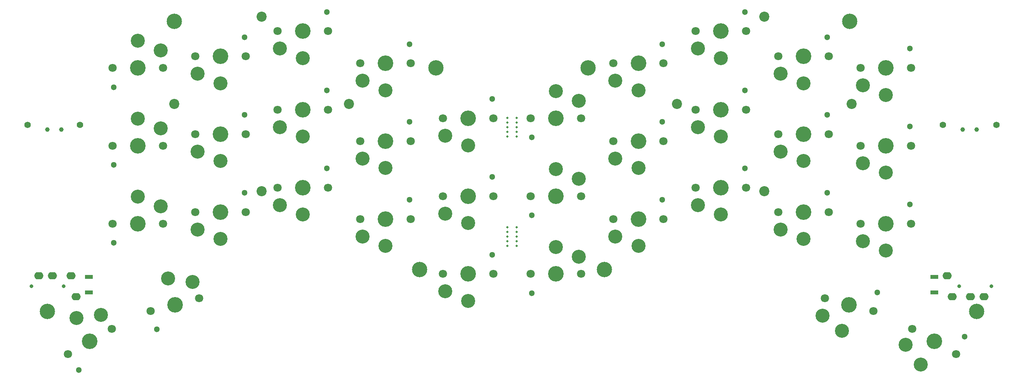
<source format=gbr>
%TF.GenerationSoftware,KiCad,Pcbnew,7.0.6*%
%TF.CreationDate,2023-10-10T10:55:06+08:00*%
%TF.ProjectId,sweepbling-lp__pcb,73776565-7062-46c6-996e-672d6c705f5f,rev?*%
%TF.SameCoordinates,Original*%
%TF.FileFunction,Soldermask,Top*%
%TF.FilePolarity,Negative*%
%FSLAX46Y46*%
G04 Gerber Fmt 4.6, Leading zero omitted, Abs format (unit mm)*
G04 Created by KiCad (PCBNEW 7.0.6) date 2023-10-10 10:55:06*
%MOMM*%
%LPD*%
G01*
G04 APERTURE LIST*
%ADD10C,0.800000*%
%ADD11O,2.000000X1.600000*%
%ADD12C,1.800000*%
%ADD13C,3.400000*%
%ADD14C,3.050000*%
%ADD15C,1.300000*%
%ADD16C,0.500000*%
%ADD17R,1.700000X0.900000*%
%ADD18C,2.200000*%
%ADD19C,1.397000*%
%ADD20C,3.350000*%
%ADD21C,1.000000*%
G04 APERTURE END LIST*
D10*
%TO.C,TRRS1*%
X234874000Y-86052000D03*
X227874000Y-86052000D03*
D11*
X230274000Y-88352000D03*
X233274000Y-88352000D03*
X225174000Y-83752000D03*
X226274000Y-88352000D03*
%TD*%
D12*
%TO.C,SW13*%
X181356000Y-64516000D03*
D13*
X175856000Y-64516000D03*
D14*
X175856000Y-70416000D03*
D12*
X170356000Y-64516000D03*
D14*
X170856000Y-68316000D03*
D15*
X181076000Y-60316000D03*
%TD*%
D12*
%TO.C,SW17*%
X227149140Y-100832000D03*
D14*
X216155873Y-98872897D03*
D15*
X229006653Y-97054693D03*
D12*
X217622860Y-95332000D03*
D14*
X219436000Y-103191550D03*
D13*
X222386000Y-98082000D03*
%TD*%
D15*
%TO.C,SW12*%
X163076000Y-67174000D03*
D13*
X157856000Y-71374000D03*
D14*
X152856000Y-75174000D03*
D12*
X152356000Y-71374000D03*
D14*
X157856000Y-77274000D03*
D12*
X163356000Y-71374000D03*
%TD*%
D15*
%TO.C,SW16*%
X209955173Y-87376147D03*
D12*
X198513408Y-88658495D03*
D14*
X198012858Y-92458423D03*
X202298968Y-95780962D03*
D12*
X209138592Y-91505505D03*
D13*
X203826000Y-90082000D03*
%TD*%
D14*
%TO.C,SW14*%
X193856000Y-75750000D03*
X188856000Y-73650000D03*
D13*
X193856000Y-69850000D03*
D15*
X199076000Y-65650000D03*
D12*
X199356000Y-69850000D03*
X188356000Y-69850000D03*
%TD*%
D13*
%TO.C,SW15*%
X211836000Y-72390000D03*
D14*
X206836000Y-76190000D03*
D12*
X206336000Y-72390000D03*
D15*
X217056000Y-68190000D03*
D14*
X211836000Y-78290000D03*
D12*
X217336000Y-72390000D03*
%TD*%
D14*
%TO.C,SW3*%
X175856000Y-36282000D03*
D13*
X175856000Y-30382000D03*
D12*
X170356000Y-30382000D03*
D14*
X170856000Y-34182000D03*
D15*
X181076000Y-26182000D03*
D12*
X181356000Y-30382000D03*
%TD*%
D14*
%TO.C,SW2*%
X157856000Y-43282000D03*
D12*
X163356000Y-37382000D03*
X152356000Y-37382000D03*
D13*
X157856000Y-37382000D03*
D15*
X163076000Y-33182000D03*
D14*
X152856000Y-41182000D03*
%TD*%
D12*
%TO.C,SW7*%
X163356000Y-54356000D03*
D14*
X157856000Y-60256000D03*
D12*
X152356000Y-54356000D03*
D13*
X157856000Y-54356000D03*
D14*
X152856000Y-58156000D03*
D15*
X163076000Y-50156000D03*
%TD*%
D12*
%TO.C,SW11*%
X145356000Y-83382000D03*
X134356000Y-83382000D03*
D14*
X144856000Y-79582000D03*
X139856000Y-77482000D03*
D13*
X139856000Y-83382000D03*
D15*
X134636000Y-87582000D03*
%TD*%
%TO.C,SW10*%
X217056000Y-51172000D03*
D12*
X206336000Y-55372000D03*
D13*
X211836000Y-55372000D03*
D14*
X211836000Y-61272000D03*
D12*
X217336000Y-55372000D03*
D14*
X206836000Y-59172000D03*
%TD*%
%TO.C,SW9*%
X188856000Y-56632000D03*
D12*
X199356000Y-52832000D03*
D14*
X193856000Y-58732000D03*
D13*
X193856000Y-52832000D03*
D15*
X199076000Y-48632000D03*
D12*
X188356000Y-52832000D03*
%TD*%
%TO.C,SW6*%
X134356000Y-66382000D03*
D14*
X144856000Y-62582000D03*
D12*
X145356000Y-66382000D03*
D14*
X139856000Y-60482000D03*
D13*
X139856000Y-66382000D03*
D15*
X134636000Y-70582000D03*
%TD*%
%TO.C,SW5*%
X217076000Y-34182000D03*
D12*
X206356000Y-38382000D03*
X217356000Y-38382000D03*
D13*
X211856000Y-38382000D03*
D14*
X206856000Y-42182000D03*
X211856000Y-44282000D03*
%TD*%
%TO.C,SW4*%
X193856000Y-41782000D03*
D13*
X193856000Y-35882000D03*
D15*
X199076000Y-31682000D03*
D12*
X188356000Y-35882000D03*
D14*
X188856000Y-39682000D03*
D12*
X199356000Y-35882000D03*
%TD*%
D14*
%TO.C,SW1*%
X144856000Y-45582000D03*
D12*
X134356000Y-49382000D03*
D15*
X134636000Y-53582000D03*
D13*
X139856000Y-49382000D03*
D12*
X145356000Y-49382000D03*
D14*
X139856000Y-43482000D03*
%TD*%
D16*
%TO.C,mouse-bite-2mm-slot2*%
X129286000Y-53340000D03*
X129286000Y-50292000D03*
X129286000Y-51308000D03*
X131318000Y-50292000D03*
X131318000Y-51308000D03*
X129286000Y-52324000D03*
X131318000Y-52324000D03*
X131318000Y-53340000D03*
X131318000Y-49276000D03*
X129286000Y-49276000D03*
%TD*%
%TO.C,mouse-bite-2mm-slot1*%
X131318000Y-77216000D03*
X131318000Y-74168000D03*
X129286000Y-74168000D03*
X129286000Y-77216000D03*
X129286000Y-75184000D03*
X131318000Y-75184000D03*
X131318000Y-76200000D03*
X129286000Y-73152000D03*
X129286000Y-76200000D03*
X131318000Y-73152000D03*
%TD*%
D17*
%TO.C,RSW1*%
X222377000Y-87425000D03*
X222377000Y-84025000D03*
%TD*%
D14*
%TO.C,SW8*%
X175856000Y-53398000D03*
D12*
X170356000Y-47498000D03*
X181356000Y-47498000D03*
D15*
X181076000Y-43298000D03*
D13*
X175856000Y-47498000D03*
D14*
X170856000Y-51298000D03*
%TD*%
D18*
%TO.C,e*%
X166306000Y-46282000D03*
X185356000Y-27232000D03*
X204406000Y-46282000D03*
X185356000Y-65332000D03*
%TD*%
D19*
%TO.C,Bat+1*%
X235966000Y-50800000D03*
%TD*%
%TO.C,BatGND1*%
X224282000Y-50800000D03*
%TD*%
D10*
%TO.C,TRRS2*%
X25476000Y-86052000D03*
X32476000Y-86052000D03*
D11*
X30076000Y-83752000D03*
X27076000Y-83752000D03*
X35176000Y-88352000D03*
X34076000Y-83752000D03*
%TD*%
D12*
%TO.C,SW15_r1*%
X54186000Y-72390000D03*
D15*
X43466000Y-76590000D03*
D14*
X48686000Y-66490000D03*
X53686000Y-68590000D03*
D12*
X43186000Y-72390000D03*
D13*
X48686000Y-72390000D03*
%TD*%
D14*
%TO.C,SW9_r1*%
X66700000Y-58732000D03*
X61700000Y-56632000D03*
D12*
X72200000Y-52832000D03*
D15*
X71920000Y-48632000D03*
D13*
X66700000Y-52832000D03*
D12*
X61200000Y-52832000D03*
%TD*%
D13*
%TO.C,SW13_r1*%
X84688000Y-64516000D03*
D12*
X79188000Y-64516000D03*
D14*
X79688000Y-68316000D03*
X84688000Y-70416000D03*
D15*
X89908000Y-60316000D03*
D12*
X90188000Y-64516000D03*
%TD*%
D14*
%TO.C,SW12_r1*%
X97714000Y-75174000D03*
D15*
X107934000Y-67174000D03*
D13*
X102714000Y-71374000D03*
D12*
X108214000Y-71374000D03*
D14*
X102714000Y-77274000D03*
D12*
X97214000Y-71374000D03*
%TD*%
%TO.C,SW5_r1*%
X43186000Y-38382000D03*
X54186000Y-38382000D03*
D14*
X48686000Y-32482000D03*
D13*
X48686000Y-38382000D03*
D14*
X53686000Y-34582000D03*
D15*
X43466000Y-42582000D03*
%TD*%
D14*
%TO.C,SW4_r1*%
X66700000Y-41782000D03*
D15*
X71920000Y-31682000D03*
D13*
X66700000Y-35882000D03*
D12*
X61200000Y-35882000D03*
D14*
X61700000Y-39682000D03*
D12*
X72200000Y-35882000D03*
%TD*%
D13*
%TO.C,SW1_r1*%
X120732000Y-49382000D03*
D15*
X125952000Y-45182000D03*
D14*
X120732000Y-55282000D03*
X115732000Y-53182000D03*
D12*
X126232000Y-49382000D03*
X115232000Y-49382000D03*
%TD*%
%TO.C,SW14_r1*%
X61200000Y-69850000D03*
X72200000Y-69850000D03*
D15*
X71920000Y-65650000D03*
D14*
X61700000Y-73650000D03*
X66700000Y-75750000D03*
D13*
X66700000Y-69850000D03*
%TD*%
%TO.C,SW3_r1*%
X84688000Y-30382000D03*
D14*
X84688000Y-36282000D03*
D12*
X90188000Y-30382000D03*
D15*
X89908000Y-26182000D03*
D14*
X79688000Y-34182000D03*
D12*
X79188000Y-30382000D03*
%TD*%
%TO.C,SW11_r1*%
X126232000Y-83382000D03*
D15*
X125952000Y-79182000D03*
D14*
X115732000Y-87182000D03*
X120732000Y-89282000D03*
D12*
X115232000Y-83382000D03*
D13*
X120732000Y-83382000D03*
%TD*%
D14*
%TO.C,SW10_r1*%
X48686000Y-49472000D03*
X53686000Y-51572000D03*
D12*
X43186000Y-55372000D03*
D13*
X48686000Y-55372000D03*
D12*
X54186000Y-55372000D03*
D15*
X43466000Y-59572000D03*
%TD*%
D12*
%TO.C,SW2_r1*%
X108214000Y-37382000D03*
D14*
X97714000Y-41182000D03*
X102714000Y-43282000D03*
D15*
X107934000Y-33182000D03*
D13*
X102714000Y-37382000D03*
D12*
X97214000Y-37382000D03*
%TD*%
D14*
%TO.C,SW7_r1*%
X102714000Y-60256000D03*
D12*
X108214000Y-54356000D03*
X97214000Y-54356000D03*
D15*
X107934000Y-50156000D03*
D13*
X102714000Y-54356000D03*
D14*
X97714000Y-58156000D03*
%TD*%
%TO.C,SW16_r1*%
X55250968Y-84383038D03*
D15*
X52822907Y-95489924D03*
D13*
X56778000Y-90082000D03*
D12*
X51465408Y-91505505D03*
D14*
X60624117Y-85117387D03*
D12*
X62090592Y-88658495D03*
%TD*%
D14*
%TO.C,SW8_r1*%
X79688000Y-51298000D03*
D12*
X79188000Y-47498000D03*
X90188000Y-47498000D03*
D14*
X84688000Y-53398000D03*
D13*
X84688000Y-47498000D03*
D15*
X89908000Y-43298000D03*
%TD*%
%TO.C,SW17_r1*%
X35797347Y-104329307D03*
D13*
X38218000Y-98082000D03*
D12*
X42981140Y-95332000D03*
D14*
X35268000Y-92972450D03*
D12*
X33454860Y-100832000D03*
D14*
X40648127Y-92291103D03*
%TD*%
%TO.C,SW6_r1*%
X120732000Y-72282000D03*
X115732000Y-70182000D03*
D12*
X115232000Y-66382000D03*
D15*
X125952000Y-62182000D03*
D13*
X120732000Y-66382000D03*
D12*
X126232000Y-66382000D03*
%TD*%
D18*
%TO.C,REF_PUCK_R*%
X75692000Y-65332000D03*
X94742000Y-46282000D03*
X75692000Y-27232000D03*
X56642000Y-46282000D03*
%TD*%
D19*
%TO.C,BatGNDr1*%
X36068000Y-50800000D03*
%TD*%
%TO.C,Bat+r1*%
X24638000Y-50800000D03*
%TD*%
D17*
%TO.C,RSW2*%
X37973000Y-87425000D03*
X37973000Y-84025000D03*
%TD*%
D20*
%TO.C,REF\u002A\u002A*%
X203918000Y-28194000D03*
%TD*%
%TO.C,REF\u002A\u002A*%
X56642000Y-28194000D03*
%TD*%
%TO.C,REF\u002A\u002A*%
X110109000Y-82419610D03*
%TD*%
%TO.C,REF\u002A\u002A*%
X28956000Y-91567000D03*
%TD*%
%TO.C,REF\u002A\u002A*%
X231648000Y-91567000D03*
%TD*%
%TO.C,REF\u002A\u002A*%
X150479000Y-82419610D03*
%TD*%
%TO.C,REF\u002A\u002A*%
X113665000Y-38354000D03*
%TD*%
%TO.C,REF\u002A\u002A*%
X146905000Y-38354000D03*
%TD*%
D21*
%TO.C,SW_POWER1*%
X231624000Y-51816000D03*
X228624000Y-51816000D03*
%TD*%
%TO.C,SW_POWERR1*%
X28980000Y-51816000D03*
X31980000Y-51816000D03*
%TD*%
M02*

</source>
